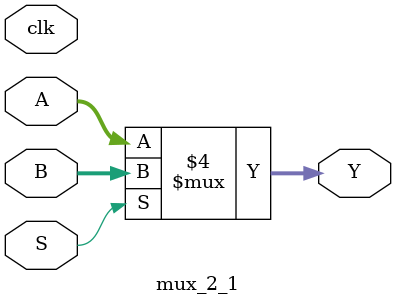
<source format=v>
`timescale 1ns / 1ps


module mux_2_1(S,A,B,Y,clk);
input S,clk;
input [63:0] A,B;
output reg [63:0] Y;
always@(S or A or B)
begin
if(S==0)
Y=A;
else Y=B;
end
endmodule

</source>
